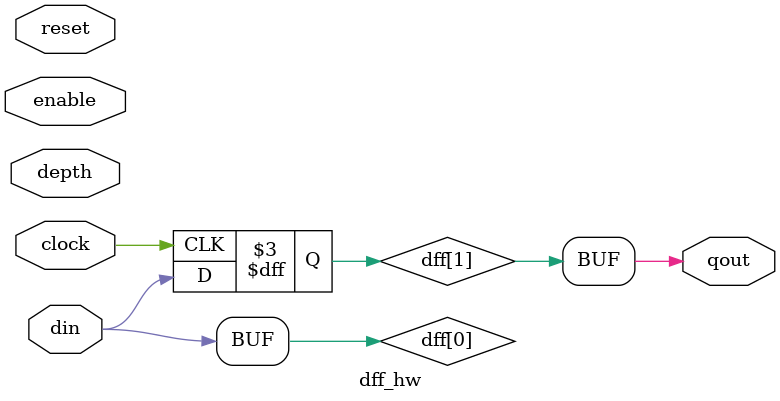
<source format=v>
/*
 * N-bit D-Flip Flop
 * ------------------------------------------------------
 * By: Thomas Carpenter
 * For: University of Leeds
 * Date: 18th September 2023
 *
 * Module Description:
 * -------------------
 *
 * A simple N-bit wide register (DFF), optionally with reset or preset.
 *
 * The depth of the chain can also be configured. A depth of 1 (Default)
 * is a single DFF per bit. Longer depths result in longer chains of DFFs.
 * A depth of zero effectively bypassing the block.
 *
 * If VAR_DEPTH is set to non-zero, then a new input, depth, is available
 * to allow dynamically varying the depth of the DFF chain up to the
 * maximum DEPTH parameter.
 *
 */

module dff_hw #(
    parameter DEPTH = 1,
    parameter WIDTH = 1,
    parameter VAR_DEPTH = 0,
    parameter USE_RESET = 0,
    parameter USE_ENABLE = 0,
    parameter RESET_HIGH = 0,
    parameter RESET_VAL = {(WIDTH){1'b0}}, //Reset value, per-bit, used if (RESET_HIGH == 0)
    parameter DEPTH_BITS = 1 //Set to 1 for constant depth, or clog(DEPTH+1) for variable
)(    
    input                   clock,
    input                   reset,
    input                   enable,
    input  [DEPTH_BITS-1:0] depth,
    input  [     WIDTH-1:0] din,   //---.
    output [     WIDTH-1:0] qout   //<--'
);

// D-Flip-Flop Chain
reg [WIDTH-1:0] dff [DEPTH:0];
// Preload the chain such that if depth is zero, this is a direct pass through of the input (bypass).
always @ * begin
    dff[0] <= din;
end

// Select the correct DFF from the chain. Either the last (for constant), or use selection.
generate if (VAR_DEPTH) begin
    assign qout = dff[depth];
end else begin
    assign qout = dff[DEPTH];
end endgenerate

// Add DEPTH DFFs to the chain
genvar idx;
generate for (idx = 1; idx <= DEPTH; idx = idx + 1) begin : dff_loop
    if (USE_RESET) begin
        always @ (posedge clock or posedge reset) begin
            if (reset) begin
                dff[idx] <= RESET_HIGH ? {(WIDTH){1'b1}} : RESET_VAL[WIDTH-1:0];
            end else if (USE_ENABLE ? enable : 1'b1) begin
                dff[idx] <= dff[idx-1];
            end
        end
    end else begin
        always @ (posedge clock) begin
            if (USE_ENABLE ? enable : 1'b1) begin
                dff[idx] <= dff[idx-1];
            end
        end
    end
end endgenerate


endmodule

</source>
